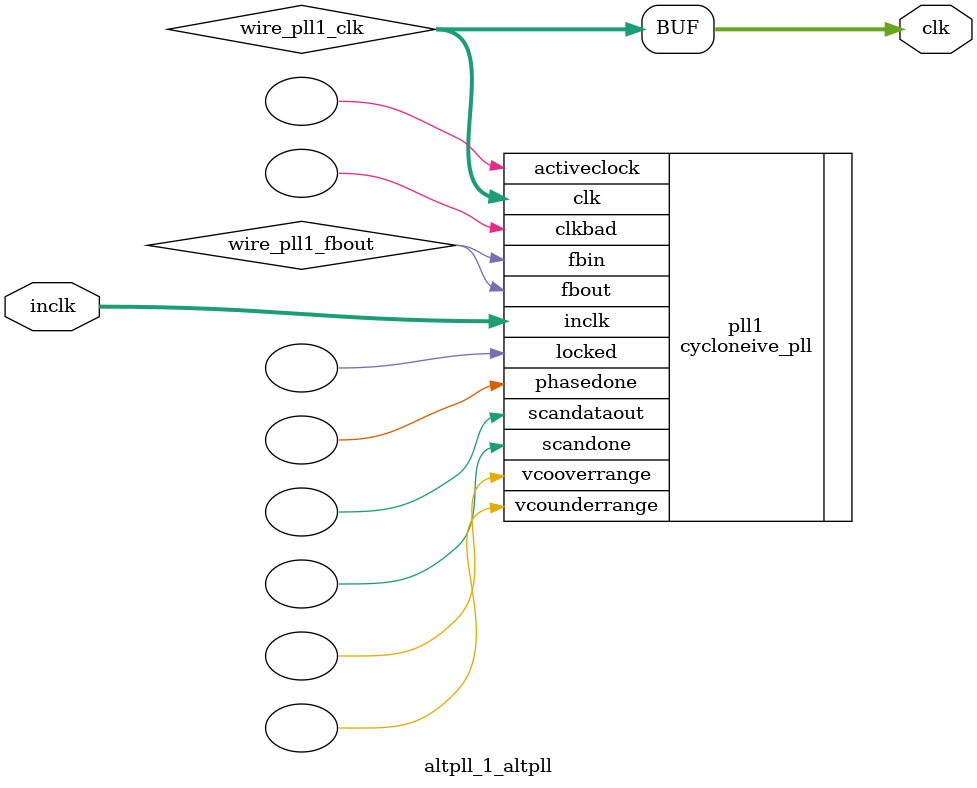
<source format=v>






//synthesis_resources = cycloneive_pll 1 
//synopsys translate_off
`timescale 1 ps / 1 ps
//synopsys translate_on
module  altpll_1_altpll
	( 
	clk,
	inclk) /* synthesis synthesis_clearbox=1 */;
	output   [4:0]  clk;
	input   [1:0]  inclk;
`ifndef ALTERA_RESERVED_QIS
// synopsys translate_off
`endif
	tri0   [1:0]  inclk;
`ifndef ALTERA_RESERVED_QIS
// synopsys translate_on
`endif

	wire  [4:0]   wire_pll1_clk;
	wire  wire_pll1_fbout;

	cycloneive_pll   pll1
	( 
	.activeclock(),
	.clk(wire_pll1_clk),
	.clkbad(),
	.fbin(wire_pll1_fbout),
	.fbout(wire_pll1_fbout),
	.inclk(inclk),
	.locked(),
	.phasedone(),
	.scandataout(),
	.scandone(),
	.vcooverrange(),
	.vcounderrange()
	`ifndef FORMAL_VERIFICATION
	// synopsys translate_off
	`endif
	,
	.areset(1'b0),
	.clkswitch(1'b0),
	.configupdate(1'b0),
	.pfdena(1'b1),
	.phasecounterselect({3{1'b0}}),
	.phasestep(1'b0),
	.phaseupdown(1'b0),
	.scanclk(1'b0),
	.scanclkena(1'b1),
	.scandata(1'b0)
	`ifndef FORMAL_VERIFICATION
	// synopsys translate_on
	`endif
	);
	defparam
		pll1.bandwidth_type = "auto",
		pll1.clk0_divide_by = 50,
		pll1.clk0_duty_cycle = 50,
		pll1.clk0_multiply_by = 1,
		pll1.clk0_phase_shift = "0",
		pll1.compensate_clock = "clk0",
		pll1.inclk0_input_frequency = 20000,
		pll1.operation_mode = "normal",
		pll1.pll_type = "auto",
		pll1.lpm_type = "cycloneive_pll";
	assign
		clk = {wire_pll1_clk[4:0]};
endmodule //altpll_1_altpll
//VALID FILE

</source>
